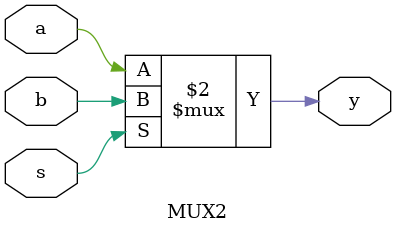
<source format=v>
module fulladd(input wire a,b,cin,output wire sum, cout);
assign sum=(a^b)^cin;
assign cout=(a&b)|(b&cin)|(cin&a);
endmodule

module AND1(input wire a,b,output wire y);
assign y=a&b;
endmodule


module OR1(input wire a,b,output wire y);
assign y=a|b;
endmodule


module XOR1(input wire a,b,output wire y);
assign y=a^b;
endmodule

module Fulladd(input wire a,b,c,output wire sum,carry);
wire x,m,n,o,p;
XOR1 x1(a,b,x);
XOR1 x2(c,x,sum);

AND1 a1(a,b,m);
AND1 a2(b,c,n);
AND1 a2(c,a,o);

OR1 o1(m,n,p);
OR1 o2(o,p,carry);
endmodule

module Ripple(input wire[3:0] a,b,input wire Cin, output wire[3:0] s,output wire cout);
wire c[2:0];
Fulladd f1(a[0],b[0],cin,s[0],c[0]);
Fulladd f3(a[1],b[1],c[0],s[1],c[1]);
Fulladd f2(a[2],b[2],c[1],s[2],c[2]);
Fulladd f4(a[3],b[3],c[2],s[3],Cout);
endmodule

module MUX2(input wire a,b,s,output wire y);
assign y = (s==0)?a:b;
endmodule


</source>
